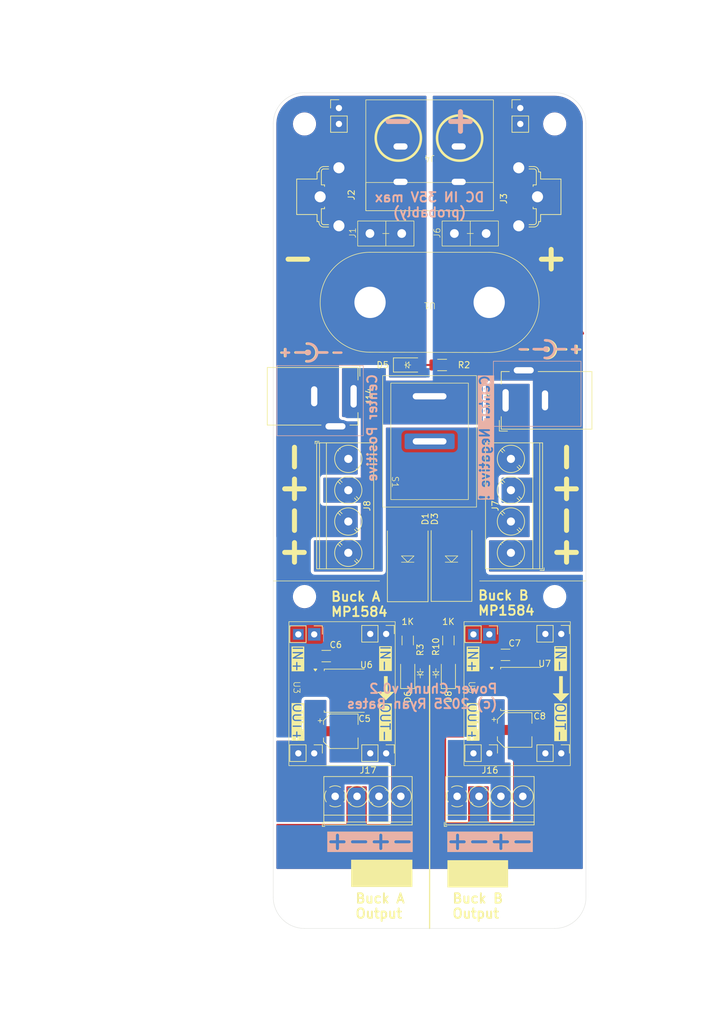
<source format=kicad_pcb>
(kicad_pcb (version 20240108) (generator "pcbnew") (generator_version "8.0")
  (layers (0 "F.Cu" power) (31 "B.Cu" power) (34 "B.Paste" user) (35 "F.Paste" user) (36 "B.SilkS" user "B.Silkscreen") (37 "F.SilkS" user "F.Silkscreen") (38 "B.Mask" user) (39 "F.Mask" user) (44 "Edge.Cuts" user))
  (net 0 "")
  (net 1 "VDC")
  (net 2 "/VOUT_B")
  (net 3 "/VOUT_A")
  (net 4 "GND")
  (net 5 "Net-(D1-A)")
  (net 6 "Net-(D5-A)")
  (net 7 "Net-(D6-A)")
  (net 8 "/VCC_B")
  (net 9 "/VCC_A")
  (net 10 "Net-(D8-A)")
  (footprint "LED_SMD:LED_1206_3216Metric" (layer "F.Cu") (at -3.5 43.5)
    (property "Reference" "D5" (at -4 0 0) (layer "F.SilkS"))
    (property "Value" "LED")
    (pad "1" smd roundrect (at -1.4 0) (size 1.25 1.75) (layers "F.Cu" "F.Paste" "F.Mask") (roundrect_rratio 0.2) (net 4 "GND"))
    (pad "2" smd roundrect (at 1.4 0) (size 1.25 1.75) (layers "F.Cu" "F.Paste" "F.Mask") (roundrect_rratio 0.2) (net 6 "Net-(D5-A)"))
  )
  (footprint "TerminalBlock_Phoenix:TerminalBlock_Phoenix_PT-1,5-4-3.5-H_1x04_P3.50mm_Horizontal" (layer "F.Cu") (at 4.4 112.4)
    (property "Reference" "J16" (at 5.25 -4.16 0) (layer "F.SilkS"))
    (property "Value" "Screw_Terminal_4_P5.00mm" (hide yes))
    (pad "1" thru_hole rect (at 0 0) (size 2.4 2.4) (drill 1.2) (layers "*.Cu" "*.Mask") (net 2 "/VOUT_B"))
    (pad "2" thru_hole circle (at 3.5 0) (size 2.4 2.4) (drill 1.2) (layers "*.Cu" "*.Mask") (net 4 "GND"))
    (pad "3" thru_hole circle (at 7 0) (size 2.4 2.4) (drill 1.2) (layers "*.Cu" "*.Mask") (net 2 "/VOUT_B"))
    (pad "4" thru_hole circle (at 10.5 0) (size 2.4 2.4) (drill 1.2) (layers "*.Cu" "*.Mask") (net 4 "GND"))
  )
  (footprint "Ryan_Custom_Modules:BATTERY CONTACT 593 SNAP 9V PC PIN" (layer "F.Cu") (at 17.25 16.635 90)
    (property "Reference" "J3" (at -0.3 -5.4 90) (layer "F.SilkS"))
    (property "Value" "~")
    (pad "1" thru_hole circle (at -4.635 -3 90) (size 2.655 2.655) (drill 1.77) (layers "*.Cu" "*.Mask") (net 1 "VDC"))
    (pad "2" thru_hole circle (at 0 0 90) (size 2.655 2.655) (drill 1.77) (layers "*.Cu" "*.Mask") (net 1 "VDC"))
    (pad "3" thru_hole circle (at 4.635 -3 90) (size 2.655 2.655) (drill 1.77) (layers "*.Cu" "*.Mask") (net 1 "VDC"))
  )
  (footprint "Package_TO_SOT_SMD:TO-252-2" (layer "F.Cu") (at -13.535 95.525)
    (property "Reference" "U6" (at 3.435 -4.125 0) (layer "F.SilkS"))
    (property "Value" "L7805")
    (pad "1" smd roundrect (at -5.04 -2.28) (size 2.2 1.2) (layers "F.Cu" "F.Paste" "F.Mask") (roundrect_rratio 0.208333) (net 9 "/VCC_A"))
    (pad "2" smd roundrect (at -0.415 -1.525) (size 3.05 2.75) (layers "F.Cu" "F.Paste") (roundrect_rratio 0.090909) (net 4 "GND"))
    (pad "2" smd roundrect (at -0.415 1.525) (size 3.05 2.75) (layers "F.Cu" "F.Paste") (roundrect_rratio 0.090909) (net 4 "GND"))
    (pad "2" smd roundrect (at 1.26 0) (size 6.4 5.8) (layers "F.Cu" "F.Mask") (roundrect_rratio 0.043103) (net 4 "GND"))
    (pad "2" smd roundrect (at 2.935 -1.525) (size 3.05 2.75) (layers "F.Cu" "F.Paste") (roundrect_rratio 0.090909) (net 4 "GND"))
    (pad "2" smd roundrect (at 2.935 1.525) (size 3.05 2.75) (layers "F.Cu" "F.Paste") (roundrect_rratio 0.090909) (net 4 "GND"))
    (pad "3" smd roundrect (at -5.04 2.28) (size 2.2 1.2) (layers "F.Cu" "F.Paste" "F.Mask") (roundrect_rratio 0.208333) (net 3 "/VOUT_A"))
  )
  (footprint "MountingHole:MountingHole_3.2mm_M3" (layer "F.Cu") (at 20 5)
    (property "Reference" "H1" (hide yes))
    (property "Value" "MountingHole" (hide yes))
    (pad "" np_thru_hole circle (at 0 0) (size 3.2 3.2) (drill 3.2) (layers "*.Cu" "*.Mask"))
  )
  (footprint "Ryan_Custom_Modules:Barrier_Strip_Thru_Mount_2x1_9.3mm_pitch" (layer "F.Cu") (at 0 10 180)
    (property "Reference" "J4" (at 0 -0.5 180) (layer "F.SilkS") (effects (font (thickness 0.1))))
    (property "Value" "~")
    (pad "1" thru_hole oval (at -4.65 -4.25 180) (size 4.5 2.5) (drill oval 2.25 1) (layers "*.Cu" "*.Mask") (net 1 "VDC"))
    (pad "1" thru_hole oval (at -4.65 1.4 180) (size 4.5 2.5) (drill oval 2.25 1) (layers "*.Cu" "*.Mask") (net 1 "VDC"))
    (pad "2" thru_hole oval (at 4.65 -4.25 180) (size 4.5 2.5) (drill oval 2.25 1) (layers "*.Cu" "*.Mask") (net 4 "GND"))
    (pad "2" thru_hole oval (at 4.65 1.4 180) (size 4.5 2.5) (drill oval 2.25 1) (layers "*.Cu" "*.Mask") (net 4 "GND"))
  )
  (footprint "Capacitor_SMD:C_1206_3216Metric" (layer "F.Cu") (at 12.125 89.8)
    (property "Reference" "C7" (at 1.475 -1.85 0) (layer "F.SilkS"))
    (property "Value" "0.22uF 50V CER" (hide yes))
    (pad "1" smd roundrect (at -1.475 0) (size 1.15 1.8) (layers "F.Cu" "F.Paste" "F.Mask") (roundrect_rratio 0.217391) (net 8 "/VCC_B"))
    (pad "2" smd roundrect (at 1.475 0) (size 1.15 1.8) (layers "F.Cu" "F.Paste" "F.Mask") (roundrect_rratio 0.217391) (net 4 "GND"))
  )
  (footprint "Resistor_SMD:R_1206_3216Metric" (layer "F.Cu") (at 2 43.5 180)
    (property "Reference" "R2" (at -3.5 0 0) (layer "F.SilkS"))
    (property "Value" "5k")
    (pad "1" smd roundrect (at -1.4625 0 180) (size 1.125 1.75) (layers "F.Cu" "F.Paste" "F.Mask") (roundrect_rratio 0.222222) (net 1 "VDC"))
    (pad "2" smd roundrect (at 1.4625 0 180) (size 1.125 1.75) (layers "F.Cu" "F.Paste" "F.Mask") (roundrect_rratio 0.222222) (net 6 "Net-(D5-A)"))
  )
  (footprint "Package_TO_SOT_SMD:TO-252-2" (layer "F.Cu") (at 14.665 95.25)
    (property "Reference" "U7" (at 3.735 -4.05 0) (layer "F.SilkS"))
    (property "Value" "L7805")
    (pad "1" smd roundrect (at -5.04 -2.28) (size 2.2 1.2) (layers "F.Cu" "F.Paste" "F.Mask") (roundrect_rratio 0.208333) (net 8 "/VCC_B"))
    (pad "2" smd roundrect (at -0.415 -1.525) (size 3.05 2.75) (layers "F.Cu" "F.Paste") (roundrect_rratio 0.090909) (net 4 "GND"))
    (pad "2" smd roundrect (at -0.415 1.525) (size 3.05 2.75) (layers "F.Cu" "F.Paste") (roundrect_rratio 0.090909) (net 4 "GND"))
    (pad "2" smd roundrect (at 1.26 0) (size 6.4 5.8) (layers "F.Cu" "F.Mask") (roundrect_rratio 0.043103) (net 4 "GND"))
    (pad "2" smd roundrect (at 2.935 -1.525) (size 3.05 2.75) (layers "F.Cu" "F.Paste") (roundrect_rratio 0.090909) (net 4 "GND"))
    (pad "2" smd roundrect (at 2.935 1.525) (size 3.05 2.75) (layers "F.Cu" "F.Paste") (roundrect_rratio 0.090909) (net 4 "GND"))
    (pad "3" smd roundrect (at -5.04 2.28) (size 2.2 1.2) (layers "F.Cu" "F.Paste" "F.Mask") (roundrect_rratio 0.208333) (net 2 "/VOUT_B"))
  )
  (footprint "MountingHole:MountingHole_3.2mm_M3" (layer "F.Cu") (at -20 80.5)
    (property "Reference" "H4" (hide yes))
    (property "Value" "MountingHole" (hide yes))
    (pad "" np_thru_hole circle (at 0 0) (size 3.2 3.2) (drill 3.2) (layers "*.Cu" "*.Mask"))
  )
  (footprint "TerminalBlock_Phoenix:TerminalBlock_Phoenix_PT-1,5-4-3.5-H_1x04_P3.50mm_Horizontal" (layer "F.Cu") (at -15.1 112.4)
    (property "Reference" "J17" (at 5.25 -4.16 0) (layer "F.SilkS"))
    (property "Value" "Screw_Terminal_4_P5.00mm" (hide yes))
    (pad "1" thru_hole rect (at 0 0) (size 2.4 2.4) (drill 1.2) (layers "*.Cu" "*.Mask") (net 3 "/VOUT_A"))
    (pad "2" thru_hole circle (at 3.5 0) (size 2.4 2.4) (drill 1.2) (layers "*.Cu" "*.Mask") (net 4 "GND"))
    (pad "3" thru_hole circle (at 7 0) (size 2.4 2.4) (drill 1.2) (layers "*.Cu" "*.Mask") (net 3 "/VOUT_A"))
    (pad "4" thru_hole circle (at 10.5 0) (size 2.4 2.4) (drill 1.2) (layers "*.Cu" "*.Mask") (net 4 "GND"))
  )
  (footprint "Ryan_Custom_Modules:BATTERY CONTACT 593 SNAP 9V PC PIN" (layer "F.Cu") (at -17.5 16.635 -90)
    (property "Reference" "J2" (at -0.3 -5 90) (layer "F.SilkS"))
    (property "Value" "~" (hide yes))
    (pad "1" thru_hole circle (at -4.635 -3 270) (size 2.655 2.655) (drill 1.77) (layers "*.Cu" "*.Mask") (net 4 "GND"))
    (pad "2" thru_hole circle (at 0 0 270) (size 2.655 2.655) (drill 1.77) (layers "*.Cu" "*.Mask") (net 4 "GND"))
    (pad "3" thru_hole circle (at 4.635 -3 270) (size 2.655 2.655) (drill 1.77) (layers "*.Cu" "*.Mask") (net 4 "GND"))
  )
  (footprint "Connector_BarrelJack:BarrelJack_GCT_DCJ200-10-A_Horizontal" (layer "F.Cu") (at -12.15 48.5 -90)
    (property "Reference" "J14" (at 0 -2.5 90) (layer "F.SilkS"))
    (property "Value" "Barrel_Jack" (hide yes))
    (pad "1" thru_hole rect (at 0 0 270) (size 4.6 2) (drill oval 3.6 1) (layers "*.Cu" "*.Mask") (net 1 "VDC"))
    (pad "2" thru_hole oval (at 0 6.3 270) (size 4.2 2) (drill oval 3.2 1) (layers "*.Cu" "*.Mask") (net 4 "GND"))
    (pad "2" thru_hole oval (at 4.8 2.9 270) (size 2 4.2) (drill oval 1 3.2) (layers "*.Cu" "*.Mask") (net 4 "GND"))
  )
  (footprint "Connector_BarrelJack:BarrelJack_GCT_DCJ200-10-A_Horizontal" (layer "F.Cu") (at 12.15 49.15 90)
    (property "Reference" "J13" (at 0 -2.5 90) (layer "F.SilkS"))
    (property "Value" "Barrel_Jack" (hide yes))
    (pad "1" thru_hole rect (at 0 0 90) (size 4.6 2) (drill oval 3.6 1) (layers "*.Cu" "*.Mask") (net 4 "GND"))
    (pad "2" thru_hole oval (at 0 6.3 90) (size 4.2 2) (drill oval 3.2 1) (layers "*.Cu" "*.Mask") (net 1 "VDC"))
    (pad "2" thru_hole oval (at 4.8 2.9 90) (size 2 4.2) (drill oval 1 3.2) (layers "*.Cu" "*.Mask") (net 1 "VDC"))
  )
  (footprint "Capacitor_SMD:C_1206_3216Metric" (layer "F.Cu") (at -16.525 90)
    (property "Reference" "C6" (at 1.525 -1.8 0) (layer "F.SilkS"))
    (property "Value" "0.22uF 50V CER" (hide yes))
    (pad "1" smd roundrect (at -1.475 0) (size 1.15 1.8) (layers "F.Cu" "F.Paste" "F.Mask") (roundrect_rratio 0.217391) (net 9 "/VCC_A"))
    (pad "2" smd roundrect (at 1.475 0) (size 1.15 1.8) (layers "F.Cu" "F.Paste" "F.Mask") (roundrect_rratio 0.217391) (net 4 "GND"))
  )
  (footprint "TerminalBlock_Phoenix:TerminalBlock_Phoenix_PT-1,5-4-5.0-H_1x04_P5.00mm_Horizontal" (layer "F.Cu") (at -13 58.5 -90)
    (property "Reference" "J8" (at 7.5 -3 90) (layer "F.SilkS"))
    (property "Value" "Screw_Terminal_4_P5.00mm" (hide yes))
    (pad "1" thru_hole rect (at 0 0 270) (size 2.6 2.6) (drill 1.3) (layers "*.Cu" "*.Mask") (net 4 "GND"))
    (pad "2" thru_hole circle (at 5 0 270) (size 2.6 2.6) (drill 1.3) (layers "*.Cu" "*.Mask") (net 1 "VDC"))
    (pad "3" thru_hole circle (at 10 0 270) (size 2.6 2.6) (drill 1.3) (layers "*.Cu" "*.Mask") (net 4 "GND"))
    (pad "4" thru_hole circle (at 15 0 270) (size 2.6 2.6) (drill 1.3) (layers "*.Cu" "*.Mask") (net 1 "VDC"))
  )
  (footprint "MountingHole:MountingHole_3.2mm_M3" (layer "F.Cu") (at 20 129)
    (property "Reference" "H4" (hide yes))
    (property "Value" "MountingHole" (hide yes))
    (pad "" np_thru_hole circle (at 0 0) (size 3.2 3.2) (drill 3.2) (layers "*.Cu" "*.Mask"))
  )
  (footprint "Diode_SMD:D_SMC_Handsoldering" (layer "F.Cu") (at 3.5 74.35 90)
    (property "Reference" "D3" (at 6.25 -2.7 90) (layer "F.SilkS"))
    (property "Value" "D")
    (pad "1" smd roundrect (at -4.4 0 180) (size 3.3 4.5) (layers "F.Cu" "F.Paste" "F.Mask") (roundrect_rratio 0.0757575758) (net 8 "/VCC_B"))
    (pad "2" smd roundrect (at 4.4 0 180) (size 3.3 4.5) (layers "F.Cu" "F.Paste" "F.Mask") (roundrect_rratio 0.0757575758) (net 5 "Net-(D1-A)"))
  )
  (footprint "Resistor_SMD:R_1206_3216Metric" (layer "F.Cu") (at -3.5 87.5 -90)
    (property "Reference" "R3" (at 1.5 -2 90) (layer "F.SilkS"))
    (property "Value" "1K" (at -3 0 180) (layer "F.SilkS"))
    (pad "1" smd roundrect (at -1.4625 0 270) (size 1.125 1.75) (layers "F.Cu" "F.Paste" "F.Mask") (roundrect_rratio 0.222222) (net 9 "/VCC_A"))
    (pad "2" smd roundrect (at 1.4625 0 270) (size 1.125 1.75) (layers "F.Cu" "F.Paste" "F.Mask") (roundrect_rratio 0.222222) (net 7 "Net-(D6-A)"))
  )
  (footprint "Ryan_Custom_Modules:CONN QC TAB 0.250 SOLDER" (layer "F.Cu") (at -7 22.5 90)
    (property "Reference" "J1" (at 0.1 -5.3 90) (layer "F.SilkS") (effects (font (thickness 0.1))))
    (property "Value" "~")
    (pad "1" thru_hole roundrect (at 0 -2.54 90) (size 3.5 3.5) (drill 1.4) (layers "*.Cu" "*.Mask") (roundrect_rratio 0.07142857143) (net 4 "GND"))
    (pad "2" thru_hole circle (at 0 2.54 90) (size 3.5 3.5) (drill 1.4) (layers "*.Cu" "*.Mask") (net 4 "GND"))
  )
  (footprint "Ryan_Custom_Modules:Banana_Jack_Dbl_Turret" (layer "F.Cu") (at 0 33.5 180)
    (property "Reference" "U1" (at 0 -0.5 180) (layer "F.SilkS") (effects (font (thickness 0.1))))
    (property "Value" "~")
    (pad "1" thru_hole circle (at -9.525 0 180) (size 10 10) (drill 5) (layers "*.Cu" "*.Mask") (net 1 "VDC"))
    (pad "2" thru_hole circle (at 9.525 0 180) (size 10 10) (drill 5) (layers "*.Cu" "*.Mask") (net 4 "GND"))
  )
  (footprint "Capacitor_SMD:CP_Elec_5x5.3" (layer "F.Cu") (at -14.2 102)
    (property "Reference" "C5" (at 3.8 -2 0) (layer "F.SilkS"))
    (property "Value" "22uF 50V" (hide yes))
    (pad "1" smd roundrect (at -2.2 0) (size 3 1.6) (layers "F.Cu" "F.Paste" "F.Mask") (roundrect_rratio 0.15625) (net 3 "/VOUT_A"))
    (pad "2" smd roundrect (at 2.2 0) (size 3 1.6) (layers "F.Cu" "F.Paste" "F.Mask") (roundrect_rratio 0.15625) (net 4 "GND"))
  )
  (footprint "Symbol:Symbol_Attention_Triangle_8x7mm_Copper" (layer "F.Cu") (at 20.5 35)
    (property "Reference" "REF**" (hide yes))
    (property "Value" "Symbol_Attention_Triangle_8x7mm_Copper" (hide yes))
    (fp_line (start -4 3.46) (end 0 -3.46) (stroke (width 0.381)) (layer "F.Cu"))
    (fp_line (start -3.51 3.44) (end -3.776322 3.030736) (stroke (width 0.2)) (layer "F.Cu"))
    (fp_line (start -0.15 -3.04) (end 0.16 -3.04) (stroke (width 0.2)) (layer "F.Cu"))
    (fp_line (start 0 -3.46) (end 4 3.46) (stroke (width 0.381)) (layer "F.Cu"))
    (fp_line (start 3.51 3.44) (end 3.776322 3.030736) (stroke (width 0.2)) (layer "F.Cu"))
    (fp_line (start 4 3.46) (end -4 3.46) (stroke (width 0.381)) (layer "F.Cu"))
    (fp_circle (center 0 -1.5) (end 0.45 -1.5) (fill solid) (layer "F.Cu"))
    (fp_circle (center 0 1.5) (end 0.25 1.5) (fill solid) (layer "F.Cu"))
    (fp_circle (center 0 2.5) (end 0.4 2.5) (fill solid) (layer "F.Cu"))
    (fp_poly (pts (xy -0.25 1.5) (xy 0.25 1.5) (xy 0.45 -1.5) (xy -0.45 -1.5)) (fill solid) (layer "F.Cu"))
  )
  (footprint "MountingHole:MountingHole_3.2mm_M3" (layer "F.Cu") (at -20 129)
    (property "Reference" "H3" (hide yes))
    (property "Value" "MountingHole" (hide yes))
    (pad "" np_thru_hole circle (at 0 0) (size 3.2 3.2) (drill 3.2) (layers "*.Cu" "*.Mask"))
  )
  (footprint "Connector_PinHeader_2.54mm:PinHeader_1x02_P2.54mm_Vertical" (layer "F.Cu") (at 14.5 2.46)
    (property "Reference" "J12" (hide yes))
    (property "Value" "PINHD_1x2_Male" (hide yes))
    (pad "1" thru_hole rect (at 0 0) (size 1.7 1.7) (drill 1) (layers "*.Cu" "*.Mask") (net 1 "VDC"))
    (pad "2" thru_hole oval (at 0 2.54) (size 1.7 1.7) (drill 1) (layers "*.Cu" "*.Mask") (net 1 "VDC"))
  )
  (footprint "LED_SMD:LED_1206_3216Metric" (layer "F.Cu") (at 3 92.9 90)
    (property "Reference" "D8" (at -3.6 0 90) (layer "F.SilkS"))
    (property "Value" "LED")
    (pad "1" smd roundrect (at -1.4 0 90) (size 1.25 1.75) (layers "F.Cu" "F.Paste" "F.Mask") (roundrect_rratio 0.2) (net 4 "GND"))
    (pad "2" smd roundrect (at 1.4 0 90) (size 1.25 1.75) (layers "F.Cu" "F.Paste" "F.Mask") (roundrect_rratio 0.2) (net 10 "Net-(D8-A)"))
  )
  (footprint "Capacitor_SMD:CP_Elec_5x5.3" (layer "F.Cu") (at 13.6 101.8)
    (property "Reference" "C8" (at 4 -2.2 0) (layer "F.SilkS"))
    (property "Value" "22uF 50V" (hide yes))
    (pad "1" smd roundrect (at -2.2 0) (size 3 1.6) (layers "F.Cu" "F.Paste" "F.Mask") (roundrect_rratio 0.15625) (net 2 "/VOUT_B"))
    (pad "2" smd roundrect (at 2.2 0) (size 3 1.6) (layers "F.Cu" "F.Paste" "F.Mask") (roundrect_rratio 0.15625) (net 4 "GND"))
  )
  (footprint "MountingHole:MountingHole_3.2mm_M3" (layer "F.Cu") (at 20 80.5)
    (property "Reference" "H4" (hide yes))
    (property "Value" "MountingHole" (hide yes))
    (pad "" np_thru_hole circle (at 0 0) (size 3.2 3.2) (drill 3.2) (layers "*.Cu" "*.Mask"))
  )
  (footprint "Connector_PinHeader_2.54mm:PinHeader_1x02_P2.54mm_Vertical" (layer "F.Cu") (at -14.5 2.46)
    (property "Reference" "J11" (hide yes))
    (property "Value" "PINHD_1x2_Male" (hide yes))
    (pad "1" thru_hole rect (at 0 0) (size 1.7 1.7) (drill 1) (layers "*.Cu" "*.Mask") (net 4 "GND"))
    (pad "2" thru_hole oval (at 0 2.54) (size 1.7 1.7) (drill 1) (layers "*.Cu" "*.Mask") (net 4 "GND"))
  )
  (footprint "MountingHole:MountingHole_3.2mm_M3" (layer "F.Cu") (at -20 5)
    (property "Reference" "H2" (hide yes))
    (property "Value" "MountingHole" (hide yes))
    (pad "" np_thru_hole circle (at 0 0) (size 3.2 3.2) (drill 3.2) (layers "*.Cu" "*.Mask"))
  )
  (footprint "Ryan_Custom_Modules:CONN QC TAB 0.250 SOLDER" (layer "F.Cu") (at 6.5 22.5 90)
    (property "Reference" "J6" (at 0.1 -5.3 90) (layer "F.SilkS") (effects (font (thickness 0.1))))
    (property "Value" "~")
    (pad "1" thru_hole roundrect (at 0 -2.54 90) (size 3.5 3.5) (drill 1.4) (layers "*.Cu" "*.Mask") (roundrect_rratio 0.07142857143) (net 1 "VDC"))
    (pad "2" thru_hole circle (at 0 2.54 90) (size 3.5 3.5) (drill 1.4) (layers "*.Cu" "*.Mask") (net 1 "VDC"))
  )
  (footprint "Ryan Custom Modules:MP1584" (layer "F.Cu") (at -14 96 -90)
    (property "Reference" "U3" (at -1 7.25 -90) (layer "F.SilkS") (effects (font (thickness 0.1))))
    (property "Value" "~")
    (fp_text user "IN+" (at -7.75 8 -90) (layer "F.SilkS" knockout) (effects (font (size 1.5 1.5) (thickness 0.2)) (justify left bottom)))
    (fp_text user "OUT+" (at 1.35 8 -90) (layer "F.SilkS" knockout) (effects (font (size 1.5 1.5) (thickness 0.2)) (justify left bottom)))
    (fp_text user "OUT-" (at 1.4 -6 -90) (layer "F.SilkS" knockout) (effects (font (size 1.5 1.5) (thickness 0.2)) (justify left bottom)))
    (fp_text user "IN-" (at -7.8 -6 -90) (layer "F.SilkS" knockout) (effects (font (size 1.5 1.5) (thickness 0.2)) (justify left bottom)))
    (pad "1" thru_hole circle (at -9.54 -7.05 270) (size 2 2) (drill 1) (layers "*.Cu" "*.Mask") (net 4 "GND"))
    (pad "2" thru_hole circle (at -9.54 -4.51 270) (size 2 2) (drill 1) (layers "*.Cu" "*.Mask") (net 4 "GND"))
    (pad "3" thru_hole rect (at -9.47 4.45 270) (size 2 2) (drill 1) (layers "*.Cu" "*.Mask") (net 9 "/VCC_A"))
    (pad "4" thru_hole rect (at -9.47 6.99 270) (size 1.7 1.7) (drill 1) (layers "*.Cu" "*.Mask") (net 9 "/VCC_A"))
    (pad "5" thru_hole rect (at 9.53 6.99 270) (size 1.7 1.7) (drill 1) (layers "*.Cu" "*.Mask") (net 3 "/VOUT_A"))
    (pad "6" thru_hole rect (at 9.53 4.45 270) (size 2 2) (drill 1) (layers "*.Cu" "*.Mask") (net 3 "/VOUT_A"))
    (pad "7" thru_hole circle (at 9.53 -4.51 270) (size 2 2) (drill 1) (layers "*.Cu" "*.Mask") (net 4 "GND"))
    (pad "8" thru_hole circle (at 9.53 -7.05 270) (size 2 2) (drill 1) (layers "*.Cu" "*.Mask") (net 4 "GND"))
  )
  (footprint "Resistor_SMD:R_1206_3216Metric" (layer "F.Cu") (at 3 87.5 -90)
    (property "Reference" "R10" (at 1 2 90) (layer "F.SilkS"))
    (property "Value" "1K" (at -3 0 180) (layer "F.SilkS"))
    (pad "1" smd roundrect (at -1.4625 0 270) (size 1.125 1.75) (layers "F.Cu" "F.Paste" "F.Mask") (roundrect_rratio 0.222222) (net 8 "/VCC_B"))
    (pad "2" smd roundrect (at 1.4625 0 270) (size 1.125 1.75) (layers "F.Cu" "F.Paste" "F.Mask") (roundrect_rratio 0.222222) (net 10 "Net-(D8-A)"))
  )
  (footprint "TerminalBlock_Phoenix:TerminalBlock_Phoenix_PT-1,5-4-5.0-H_1x04_P5.00mm_Horizontal" (layer "F.Cu") (at 13 73.5 90)
    (property "Reference" "J7" (at 7.5 -2.5 90) (layer "F.SilkS"))
    (property "Value" "Screw_Terminal_4_P5.00mm" (hide yes))
    (pad "1" thru_hole rect (at 0 0 90) (size 2.6 2.6) (drill 1.3) (layers "*.Cu" "*.Mask") (net 1 "VDC"))
    (pad "2" thru_hole circle (at 5 0 90) (size 2.6 2.6) (drill 1.3) (layers "*.Cu" "*.Mask") (net 4 "GND"))
    (pad "3" thru_hole circle (at 10 0 90) (size 2.6 2.6) (drill 1.3) (layers "*.Cu" "*.Mask") (net 1 "VDC"))
    (pad "4" thru_hole circle (at 15 0 90) (size 2.6 2.6) (drill 1.3) (layers "*.Cu" "*.Mask") (net 4 "GND"))
  )
  (footprint "LED_SMD:LED_1206_3216Metric" (layer "F.Cu") (at -3.5 92.9 90)
    (property "Reference" "D6" (at -3.6 0 90) (layer "F.SilkS"))
    (property "Value" "LED")
    (pad "1" smd roundrect (at -1.4 0 90) (size 1.25 1.75) (layers "F.Cu" "F.Paste" "F.Mask") (roundrect_rratio 0.2) (net 4 "GND"))
    (pad "2" smd roundrect (at 1.4 0 90) (size 1.25 1.75) (layers "F.Cu" "F.Paste" "F.Mask") (roundrect_rratio 0.2) (net 7 "Net-(D6-A)"))
  )
  (footprint "Ryan Custom Modules:MP1584" (layer "F.Cu") (at 14 96 -90)
    (property "Reference" "U5" (at -1 7.25 -90) (layer "F.SilkS") (effects (font (thickness 0.1))))
    (property "Value" "~")
    (fp_text user "OUT-" (at 1.4 -6 -90) (layer "F.SilkS" knockout) (effects (font (size 1.5 1.5) (thickness 0.2)) (justify left bottom)))
    (fp_text user "IN-" (at -7.8 -6 -90) (layer "F.SilkS" knockout) (effects (font (size 1.5 1.5) (thickness 0.2)) (justify left bottom)))
    (fp_text user "IN+" (at -7.75 8 -90) (layer "F.SilkS" knockout) (effects (font (size 1.5 1.5) (thickness 0.2)) (justify left bottom)))
    (fp_text user "OUT+" (at 1.35 8 -90) (layer "F.SilkS" knockout) (effects (font (size 1.5 1.5) (thickness 0.2)) (justify left bottom)))
    (pad "1" thru_hole circle (at -9.54 -7.05 270) (size 2 2) (drill 1) (layers "*.Cu" "*.Mask") (net 4 "GND"))
    (pad "2" thru_hole circle (at -9.54 -4.51 270) (size 2 2) (drill 1) (layers "*.Cu" "*.Mask") (net 4 "GND"))
    (pad "3" thru_hole rect (at -9.47 4.45 270) (size 2 2) (drill 1) (layers "*.Cu" "*.Mask") (net 8 "/VCC_B"))
    (pad "4" thru_hole rect (at -9.47 6.99 270) (size 1.7 1.7) (drill 1) (layers "*.Cu" "*.Mask") (net 8 "/VCC_B"))
    (pad "5" thru_hole rect (at 9.53 6.99 270) (size 1.7 1.7) (drill 1) (layers "*.Cu" "*.Mask") (net 2 "/VOUT_B"))
    (pad "6" thru_hole rect (at 9.53 4.45 270) (size 2 2) (drill 1) (layers "*.Cu" "*.Mask") (net 2 "/VOUT_B"))
    (pad "7" thru_hole circle (at 9.53 -4.51 270) (size 2 2) (drill 1) (layers "*.Cu" "*.Mask") (net 4 "GND"))
    (pad "8" thru_hole circle (at 9.53 -7.05 270) (size 2 2) (drill 1) (layers "*.Cu" "*.Mask") (net 4 "GND"))
  )
  (footprint "Ryan_Custom_Modules:SPDT_ Rocker_Switch" (layer "F.Cu") (at 0 55.7 -90)
    (property "Reference" "S1" (at 6.5 5.5 -90) (layer "F.SilkS") (effects (font (thickness 0.1))))
    (property "Value" "~")
    (pad "1" thru_hole roundrect (at -7.2 0) (size 8 2.5) (drill oval 5.4 1) (layers "*.Cu" "*.Mask") (roundrect_rratio 0.125) (net 1 "VDC"))
    (pad "2" thru_hole roundrect (at 0 0) (size 8 2.5) (drill oval 5.4 1) (layers "*.Cu" "*.Mask") (roundrect_rratio 0.125) (net 5 "Net-(D1-A)"))
  )
  (footprint "Diode_SMD:D_SMC_Handsoldering" (layer "F.Cu") (at -3.5 74.4 90)
    (property "Reference" "D1" (at 6.3 2.8 90) (layer "F.SilkS"))
    (property "Value" "D")
    (pad "1" smd roundrect (at -4.4 0 180) (size 3.3 4.5) (layers "F.Cu" "F.Paste" "F.Mask") (roundrect_rratio 0.0757575758) (net 9 "/VCC_A"))
    (pad "2" smd roundrect (at 4.4 0 180) (size 3.3 4.5) (layers "F.Cu" "F.Paste" "F.Mask") (roundrect_rratio 0.0757575758) (net 5 "Net-(D1-A)"))
  )
  (gr_line (start -19.4 41.5) (end -21.35 41.5) (stroke (width 0.4)) (layer "B.SilkS"))
  (gr_rect (start -24.4 43.6) (end -10.6 54.8) (stroke (width 0.1)) (fill none) (layer "B.SilkS"))
  (gr_arc (start 18.458216 39.555369) (mid 20 41) (end 18.386252 42.363773) (stroke (width 0.4)) (layer "B.SilkS"))
  (gr_circle (center -19.4 41.5) (end -19.2 41.65) (stroke (width 0.4)) (fill none) (layer "B.SilkS"))
  (gr_line (start 18.586252 40.963773) (end 16.636252 40.963773) (stroke (width 0.4)) (layer "B.SilkS"))
  (gr_rect (start 10.2 42.9) (end 24.2 53.3) (stroke (width 0.1)) (fill none) (layer "B.SilkS"))
  (gr_circle (center 18.586252 40.963773) (end 18.786252 41.113773) (stroke (width 0.4)) (fill none) (layer "B.SilkS"))
  (gr_arc (start -19.528036 40.091596) (mid -17.986252 41.536228) (end -19.6 42.9) (stroke (width 0.4)) (layer "B.SilkS"))
  (gr_line (start 19.986252 40.963773) (end 21.636252 40.963773) (stroke (width 0.4)) (layer "B.SilkS"))
  (gr_line (start -18 41.5) (end -16.35 41.5) (stroke (width 0.4)) (layer "B.SilkS"))
  (gr_line (start 20.175 41) (end 21.825 41) (stroke (width 0.4)) (layer "F.SilkS"))
  (gr_rect (start -12.5 122.575) (end -2.8 126.825) (stroke (width 0.1)) (fill solid) (layer "F.SilkS"))
  (gr_line (start 1 92.5) (end 1 92) (stroke (width 0.1)) (layer "F.SilkS"))
  (gr_line (start -19.5 41.5) (end -21.45 41.5) (stroke (width 0.4)) (layer "F.SilkS"))
  (gr_line (start -1.5 92.5) (end -1.5 92) (stroke (width 0.1)) (layer "F.SilkS"))
  (gr_line (start -18.1 41.5) (end -16.45 41.5) (stroke (width 0.4)) (layer "F.SilkS"))
  (gr_line (start -2 92.5) (end -1 92.5) (stroke (width 0.1)) (layer "F.SilkS"))
  (gr_line (start 0.5 93) (end 1.5 93) (stroke (width 0.1)) (layer "F.SilkS"))
  (gr_line (start 2.5 74) (end 4.5 74) (stroke (width 0.1)) (layer "F.SilkS"))
  (gr_line (start -2 93) (end -1 93) (stroke (width 0.1)) (layer "F.SilkS"))
  (gr_circle (center -19.5 41.5) (end -19.25 41.5) (stroke (width 0.4)) (fill none) (layer "F.SilkS"))
  (gr_line (start 4.5 74) (end 3.5 75) (stroke (width 0.1)) (layer "F.SilkS"))
  (gr_line (start 1 93) (end 1 93.5) (stroke (width 0.1)) (layer "F.SilkS"))
  (gr_line (start -1.5 93) (end -1.5 93.5) (stroke (width 0.1)) (layer "F.SilkS"))
  (gr_line (start -3.5 75) (end -4.5 74) (stroke (width 0.1)) (layer "F.SilkS"))
  (gr_line (start -3.8 43) (end -3.8 44) (stroke (width 0.1)) (layer "F.SilkS"))
  (gr_arc (start 18.646964 39.591596) (mid 20.188748 41.036228) (end 18.575 42.4) (stroke (width 0.4)) (layer "F.SilkS"))
  (gr_line (start -3.8 43.5) (end -3.3 43) (stroke (width 0.1)) (layer "F.SilkS"))
  (gr_line (start -25 78) (end -8 78) (stroke (width 0.1)) (layer "F.SilkS"))
  (gr_line (start 1.5 92.5) (end 1 93) (stroke (width 0.1)) (layer "F.SilkS"))
  (gr_line (start 8 78) (end 25 78) (stroke (width 0.1)) (layer "F.SilkS"))
  (gr_rect (start 2.9 122.65) (end 12.5 126.9) (stroke (width 0.1)) (fill solid) (layer "F.SilkS"))
  (gr_line (start -1 92.5) (end -1.5 93) (stroke (width 0.1)) (layer "F.SilkS"))
  (gr_line (start 1 93) (end 0.5 92.5) (stroke (width 0.1)) (layer "F.SilkS"))
  (gr_arc (start -19.628036 40.091596) (mid -18.086252 41.536227) (end -19.7 42.9) (stroke (width 0.4)) (layer "F.SilkS"))
  (gr_line (start 0 133.5) (end 0 91.5) (stroke (width 0.2)) (layer "F.SilkS"))
  (gr_line (start -2.5 74) (end -3.5 75) (stroke (width 0.1)) (layer "F.SilkS"))
  (gr_line (start 3.5 75) (end 2.5 74) (stroke (width 0.1)) (layer "F.SilkS"))
  (gr_line (start 4.5 75) (end 2.5 75) (stroke (width 0.1)) (layer "F.SilkS"))
  (gr_line (start -2.5 75) (end -4.5 75) (stroke (width 0.1)) (layer "F.SilkS"))
  (gr_line (start -1.5 93) (end -2 92.5) (stroke (width 0.1)) (layer "F.SilkS"))
  (gr_line (start -3.3 44) (end -3.8 43.5) (stroke (width 0.1)) (layer "F.SilkS"))
  (gr_line (start -3.8 43.5) (end -4 43.5) (stroke (width 0.1)) (layer "F.SilkS"))
  (gr_line (start 0.5 92.5) (end 1.5 92.5) (stroke (width 0.1)) (layer "F.SilkS"))
  (gr_line (start -4.5 74) (end -2.5 74) (stroke (width 0.1)) (layer "F.SilkS"))
  (gr_line (start 18.775 41) (end 16.825 41) (stroke (width 0.4)) (layer "F.SilkS"))
  (gr_line (start -3.3 43.5) (end -3 43.5) (stroke (width 0.1)) (layer "F.SilkS"))
  (gr_circle (center 18.775 41) (end 19.025 41) (stroke (width 0.4)) (fill none) (layer "F.SilkS"))
  (gr_line (start -3.3 43) (end -3.3 44) (stroke (width 0.1)) (layer "F.SilkS"))
  (gr_line (start -20 133.5) (end 20 133.5) (stroke (width 0.05)) (layer "Edge.Cuts"))
  (gr_arc (start -20 133.5) (mid -23.535534 132.035534) (end -25 128.5) (stroke (width 0.05)) (layer "Edge.Cuts"))
  (gr_arc (start 25 128.5) (mid 23.535534 132.035534) (end 20 133.5) (stroke (width 0.05)) (layer "Edge.Cuts"))
  (gr_line (start 25 128.5) (end 25 5) (stroke (width 0.05)) (layer "Edge.Cuts"))
  (gr_line (start -25 5) (end -25 128.5) (stroke (width 0.05)) (layer "Edge.Cuts"))
  (gr_arc (start -25 5) (mid -23.535534 1.464466) (end -20 0) (stroke (width 0.05)) (layer "Edge.Cuts"))
  (gr_arc (start 20 0) (mid 23.535534 1.464466) (end 25 5) (stroke (width 0.05)) (layer "Edge.Cuts"))
  (gr_line (start 20 0) (end -20 0) (stroke (width 0.05)) (layer "Edge.Cuts"))
  (gr_text "DC IN 35V max\n(probably)" (at 0 20 0) (layer "B.SilkS") (effects (font (size 1.5 1.5) (thickness 0.3) (bold yes)) (justify bottom mirror)))
  (gr_text "Power Chunk v0.2\n(c) 2025 Ryan Bates\n" (at 11 98.5 0) (layer "B.SilkS") (effects (font (size 1.5 1.5) (thickness 0.3) (bold yes)) (justify left bottom mirror)))
  (gr_text "Center Positive" (at -8.3 44.8 90) (layer "B.SilkS") (effects (font (size 1.5 1.5) (thickness 0.3) (bold yes)) (justify left bottom mirror)))
  (gr_text "-" (at -13.5 40.75 180) (layer "B.SilkS") (effects (font (size 1.5 1.5) (thickness 0.375) (bold yes)) (justify left bottom)))
  (gr_text "-" (at -2 2.5 180) (layer "B.SilkS") (effects (font (size 4.1 4.1) (thickness 0.8) (bold yes)) (justify left bottom)))
  (gr_text "+-+-" (at 2.4 121.1 0) (layer "B.SilkS" knockout) (effects (font (size 2.8 2.8) (thickness 0.5) (bold yes)) (justify left bottom)))
  (gr_text "+" (at 24.486252 40.213773 180) (layer "B.SilkS") (effects (font (size 1.5 1.5) (thickness 0.375) (bold yes)) (justify left bottom)))
  (gr_text "+" (at -21.85 40.75 180) (layer "B.SilkS") (effects (font (size 1.5 1.5) (thickness 0.375) (bold yes)) (justify left bottom)))
  (gr_text "-" (at 16.136252 40.213773 180) (layer "B.SilkS") (effects (font (size 1.5 1.5) (thickness 0.375) (bold yes)) (justify left bottom)))
  (gr_text "+" (at 8 2.5 180) (layer "B.SilkS") (effects (font (size 4.1 4.1) (thickness 0.8) (bold yes)) (justify left bottom)))
  (gr_text "Center Negative !" (at 9.7 45 90) (layer "B.SilkS" knockout) (effects (font (size 1.5 1.5) (thickness 0.3) (bold yes)) (justify left bottom mirror)))
  (gr_text "+-+-" (at -16.8 121.1 0) (layer "B.SilkS" knockout) (effects (font (size 2.8 2.8) (thickness 0.5) (bold yes)) (justify left bottom)))
  (gr_text "-" (at -13.6 40.75 180) (layer "F.SilkS") (effects (font (size 1.5 1.5) (thickness 0.375) (bold yes)) (justify left bottom)))
  (gr_text "+" (at 24.675 40.25 180) (layer "F.SilkS") (effects (font (size 1.5 1.5) (thickness 0.375) (bold yes)) (justify left bottom)))
  (gr_text "Buck A\nMP1584" (at -15.9 83.8 0) (layer "F.SilkS") (effects (font (size 1.5 1.5) (thickness 0.3) (bold yes)) (justify left bottom)))
  (gr_text "Buck B\nOutput" (at 3.5 132 0) (layer "F.SilkS") (effects (font (size 1.5 1.5) (thickness 0.3) (bold yes)) (justify left bottom)))
  (gr_text "+-+-" (at -19.5 76.5 90) (layer "F.SilkS") (effects (font (size 4.1 4.1) (thickness 0.8) (bold yes)) (justify left bottom)))
  (gr_text "+" (at -21.95 40.75 180) (layer "F.SilkS") (effects (font (size 1.5 1.5) (thickness 0.375) (bold yes)) (justify left bottom)))
  (gr_text "-" (at -18 24.5 180) (layer "F.SilkS") (effects (font (size 4.1 4.1) (thickness 0.8) (bold yes)) (justify left bottom)))
  (gr_text "-" (at 16.325 40.25 180) (layer "F.SilkS") (effects (font (size 1.5 1.5) (thickness 0.375) (bold yes)) (justify left bottom)))
  (gr_text "+-+-" (at 24 76.5 90) (layer "F.SilkS") (effects (font (size 4.1 4.1) (thickness 0.8) (bold yes)) (justify left bottom)))
  (gr_text "+" (at 22.5 24.5 180) (layer "F.SilkS") (effects (font (size 4.1 4.1) (thickness 0.8) (bold yes)) (justify left bottom)))
  (gr_text "Buck A \nOutput" (at -12 132 0) (layer "F.SilkS") (effects (font (size 1.5 1.5) (thickness 0.3) (bold yes)) (justify left bottom)))
  (gr_text "+-+-" (at 2.4 121.1 0) (layer "F.SilkS" knockout) (effects (font (size 2.8 2.8) (thickness 0.5) (bold yes)) (justify left bottom)))
  (gr_text "Buck B\nMP1584" (at 7.6 83.6 0) (layer "F.SilkS") (effects (font (size 1.5 1.5) (thickness 0.3) (bold yes)) (justify left bottom)))
  (gr_text "+-+-" (at -16.8 121.1 0) (layer "F.SilkS" knockout) (effects (font (size 2.8 2.8) (thickness 0.5) (bold yes)) (justify left bottom)))
  (segment (start -2.1 43.5) (end 0.5375 43.5) (width 0.3) (layer "F.Cu") (net 6))
  (segment (start -3.5 91.5) (end -3.5 88.9625) (width 0.2) (layer "F.Cu") (net 7))
  (segment (start 3 86.0375) (end 3 84) (width 0.2) (layer "F.Cu") (net 8))
  (segment (start -3.5 86.0375) (end -3.5 84) (width 0.2) (layer "F.Cu") (net 9))
  (segment (start 3 91.5) (end 3 88.9625) (width 0.2) (layer "F.Cu") (net 10))
  (zone (net 4) (net_name "GND") (layer "F.Cu") (priority 2) (connect_pads yes (clearance 0.5)) (min_thickness 0.25) (fill yes (thermal_gap 0.5) (thermal_bridge_width 0.5))
    (polygon (pts (xy 7 53.5) (xy 9 53.5) (xy 9 46.5) (xy 16 46.5) (xy 16 61) (xy 11 61) (xy 11 66) (xy 16 66) (xy 16 71) (xy 7 71)))
  )
  (zone (net 4) (net_name "GND") (layer "F.Cu") (priority 4) (connect_pads yes (clearance 0.5)) (min_thickness 0.25) (fill yes (thermal_gap 0.5) (thermal_bridge_width 0.5))
    (polygon (pts (xy -13.3 110.8) (xy -13.3 116.8) (xy -24.95 116.8) (xy -24.95 124) (xy 25 124) (xy 25 82.5) (xy 12.5 82.5) (xy 12.5 106.5) (xy 13.35 106.5) (xy 13.35 116.5) (xy 9.45 116.5) (xy 9.45 110.8) (xy 6.15 110.8) (xy 6.15 116.5) (xy 2.65 116.5) (xy 2.65 103) (xy 5.5 103) (xy 5.5 90.5) (xy -5 90.5) (xy -5 82.5) (xy -16 82.5) (xy -16 107) (xy -6.15 107) (xy -6.15 116.8) (xy -10.05 116.8) (xy -10.05 110.8)))
  )
  (zone (net 5) (net_name "Net-(D1-A)") (layer "F.Cu") (priority 5) (connect_pads yes (clearance 0.5)) (min_thickness 0.25) (fill yes (thermal_gap 0.5) (thermal_bridge_width 0.5))
    (polygon (pts (xy -7 53.5) (xy 6.5 53.5) (xy 6.5 72.5) (xy -7 72.5)))
  )
  (zone (net 8) (net_name "/VCC_B") (layer "F.Cu") (priority 7) (connect_pads yes (clearance 0.5)) (min_thickness 0.25) (fill yes (thermal_gap 0.5) (thermal_bridge_width 0.5))
    (polygon (pts (xy 0.5 76) (xy 7 76) (xy 7 81) (xy 11.5 81) (xy 11.5 93.7) (xy 8 93.7) (xy 8 88.4) (xy 5 88.4) (xy 5 84.5) (xy 0.5 84.5)))
  )
  (zone (net 9) (net_name "/VCC_A") (layer "F.Cu") (priority 6) (connect_pads yes (clearance 0.5)) (min_thickness 0.25) (fill yes (thermal_gap 0.5) (thermal_bridge_width 0.5))
    (polygon (pts (xy -0.5 84.5) (xy -0.5 76) (xy -7 76) (xy -7 81) (xy -24 81) (xy -24 88.5) (xy -20 88.5) (xy -20 94) (xy -17 94) (xy -17 84.5)))
  )
  (zone (net 2) (net_name "/VOUT_B") (layers "F&B.Cu") (priority 3) (connect_pads yes (clearance 0.5)) (min_thickness 0.25) (fill yes (thermal_gap 0.5) (thermal_bridge_width 0.5))
    (polygon (pts (xy 5.95 116.2) (xy 5.95 110.4) (xy 9.75 110.4) (xy 9.75 116.2) (xy 12.95 116.2) (xy 12.95 107) (xy 12 107) (xy 12 96.9) (xy 8 96.9) (xy 8 103.4) (xy 2.9 103.4) (xy 2.9 116.2)))
  )
  (zone (net 3) (net_name "/VOUT_A") (layers "F&B.Cu") (priority 3) (connect_pads yes (clearance 0.5)) (min_thickness 0.25) (fill yes (thermal_gap 0.5) (thermal_bridge_width 0.5))
    (polygon (pts (xy -13.6 116.5) (xy -13.6 110.5) (xy -9.75 110.5) (xy -9.75 116.5) (xy -6.6 116.5) (xy -6.6 107.5) (xy -16.5 107.5) (xy -16.5 97) (xy -20 97) (xy -20 103.5) (xy -25 103.5) (xy -25 116.5)))
  )
  (zone (net 1) (net_name "VDC") (layers "F&B.Cu") (priority 1) (connect_pads yes (clearance 0.5)) (min_thickness 0.25) (fill yes (thermal_gap 0.5) (thermal_bridge_width 0.5))
    (polygon (pts (xy 0.5 0) (xy 25 0) (xy 25 76.5) (xy 9.5 76.5) (xy 9.5 71.5) (xy 16.5 71.5) (xy 16.5 65.5) (xy 11.5 65.5) (xy 11.5 61.5) (xy 16.5 61.5) (xy 16.5 46) (xy 8.5 46) (xy 8.5 53) (xy -7.5 53) (xy -7.5 76.5) (xy -18.5 76.5) (xy -18.5 71.5) (xy -11 71.5) (xy -11 65.5) (xy -17 65.5) (xy -17 61.5) (xy -11 61.5) (xy -11 52) (xy -14 52) (xy -14 44) (xy -7 44) (xy -7 46) (xy 0.5 46) (xy 0.5 44)))
  )
  (zone (net 4) (net_name "GND") (layers "F&B.Cu") (connect_pads yes (clearance 0.5)) (min_thickness 0.25) (fill yes (thermal_gap 0.5) (thermal_bridge_width 0.5))
    (polygon (pts (xy -25 43.5) (xy -25 71) (xy -11.5 71) (xy -11.5 66) (xy -17.5 66) (xy -17.5 61) (xy -11.5 61) (xy -11.5 52) (xy -14.5 52) (xy -14.5 43.5) (xy -6.5 43.5) (xy -6.5 45.5) (xy -0.5 45.5) (xy -0.5 42) (xy -0.5 0) (xy -25 0)))
  )
  (zone (net 4) (net_name "GND") (layer "B.Cu") (connect_pads yes (clearance 0.5)) (min_thickness 0.25) (fill yes (thermal_gap 0.5) (thermal_bridge_width 0.5))
    (polygon (pts (xy 25 124) (xy 25 44) (xy -25 44) (xy -25 124)))
  )
)
</source>
